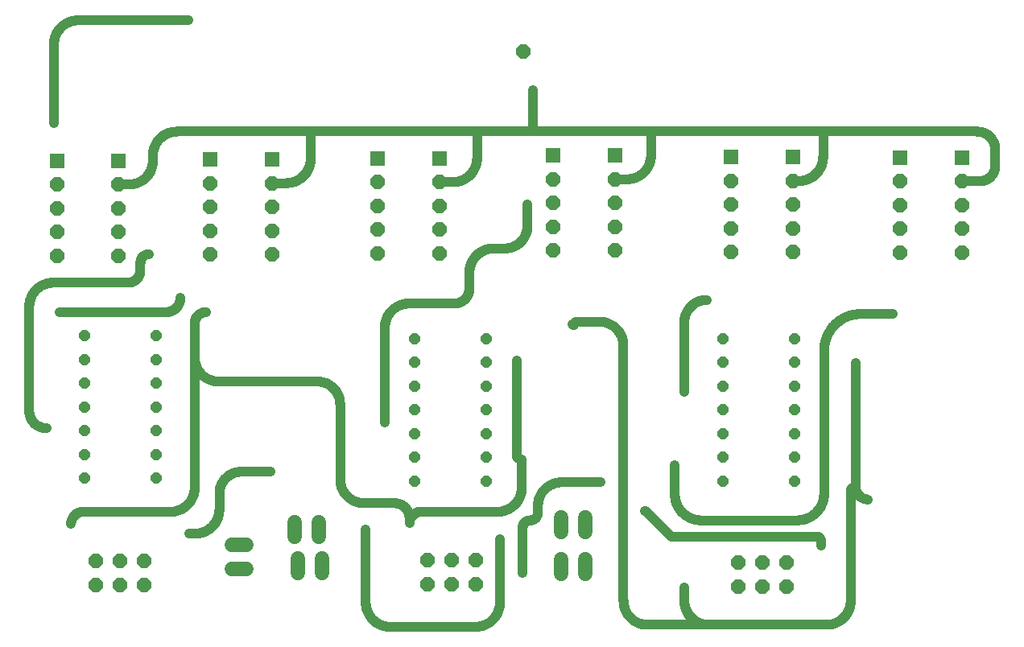
<source format=gbr>
G04 EAGLE Gerber RS-274X export*
G75*
%MOMM*%
%FSLAX34Y34*%
%LPD*%
%INTop Copper*%
%IPPOS*%
%AMOC8*
5,1,8,0,0,1.08239X$1,22.5*%
G01*
%ADD10C,1.524000*%
%ADD11P,1.649562X8X22.500000*%
%ADD12P,1.199288X8X22.500000*%
%ADD13R,1.508000X1.508000*%
%ADD14P,1.632244X8X22.500000*%
%ADD15C,1.006400*%
%ADD16C,1.016000*%


D10*
X242880Y121600D02*
X258120Y121600D01*
X258120Y96200D02*
X242880Y96200D01*
D11*
X449200Y79900D03*
X449200Y105300D03*
X474600Y79900D03*
X474600Y105300D03*
X500000Y79900D03*
X500000Y105300D03*
X100300Y78900D03*
X100300Y104300D03*
X125700Y78900D03*
X125700Y104300D03*
X151100Y78900D03*
X151100Y104300D03*
D10*
X615100Y134880D02*
X615100Y150120D01*
X589700Y150120D02*
X589700Y134880D01*
X334800Y129380D02*
X334800Y144620D01*
X309400Y144620D02*
X309400Y129380D01*
D11*
X775400Y76900D03*
X775400Y102300D03*
X800800Y76900D03*
X800800Y102300D03*
X826200Y76900D03*
X826200Y102300D03*
D10*
X312300Y107120D02*
X312300Y91880D01*
X337700Y91880D02*
X337700Y107120D01*
X589000Y106120D02*
X589000Y90880D01*
X614400Y90880D02*
X614400Y106120D01*
D12*
X88100Y341100D03*
X163100Y341100D03*
X88100Y316100D03*
X88100Y291100D03*
X88100Y266100D03*
X88100Y241100D03*
X88100Y216100D03*
X88100Y191100D03*
X163100Y316100D03*
X163100Y291100D03*
X163100Y266100D03*
X163100Y241100D03*
X163100Y216100D03*
X163100Y191100D03*
D13*
X768300Y529000D03*
X833300Y529000D03*
D14*
X768300Y504000D03*
X833300Y504000D03*
X768300Y479000D03*
X833300Y479000D03*
X768300Y454000D03*
X833300Y454000D03*
X768300Y429000D03*
X833300Y429000D03*
D12*
X759900Y338100D03*
X834900Y338100D03*
X759900Y313100D03*
X759900Y288100D03*
X759900Y263100D03*
X759900Y238100D03*
X759900Y213100D03*
X759900Y188100D03*
X834900Y313100D03*
X834900Y288100D03*
X834900Y263100D03*
X834900Y238100D03*
X834900Y213100D03*
X834900Y188100D03*
D13*
X946100Y528800D03*
X1011100Y528800D03*
D14*
X946100Y503800D03*
X1011100Y503800D03*
X946100Y478800D03*
X1011100Y478800D03*
X946100Y453800D03*
X1011100Y453800D03*
X946100Y428800D03*
X1011100Y428800D03*
D13*
X580800Y530800D03*
X645800Y530800D03*
D14*
X580800Y505800D03*
X645800Y505800D03*
X580800Y480800D03*
X645800Y480800D03*
X580800Y455800D03*
X645800Y455800D03*
X580800Y430800D03*
X645800Y430800D03*
D13*
X396500Y527800D03*
X461500Y527800D03*
D14*
X396500Y502800D03*
X461500Y502800D03*
X396500Y477800D03*
X461500Y477800D03*
X396500Y452800D03*
X461500Y452800D03*
X396500Y427800D03*
X461500Y427800D03*
D13*
X220200Y526800D03*
X285200Y526800D03*
D14*
X220200Y501800D03*
X285200Y501800D03*
X220200Y476800D03*
X285200Y476800D03*
X220200Y451800D03*
X285200Y451800D03*
X220200Y426800D03*
X285200Y426800D03*
D13*
X59100Y525500D03*
X124100Y525500D03*
D14*
X59100Y500500D03*
X124100Y500500D03*
X59100Y475500D03*
X124100Y475500D03*
X59100Y450500D03*
X124100Y450500D03*
X59100Y425500D03*
X124100Y425500D03*
D12*
X435500Y338100D03*
X510500Y338100D03*
X435500Y313100D03*
X435500Y288100D03*
X435500Y263100D03*
X435500Y238100D03*
X435500Y213100D03*
X435500Y188100D03*
X510500Y313100D03*
X510500Y288100D03*
X510500Y263100D03*
X510500Y238100D03*
X510500Y213100D03*
X510500Y188100D03*
D11*
X550000Y640000D03*
D15*
X216000Y366000D03*
D16*
X215710Y365996D01*
X215420Y365986D01*
X215131Y365968D01*
X214842Y365944D01*
X214554Y365913D01*
X214266Y365874D01*
X213980Y365829D01*
X213694Y365776D01*
X213411Y365717D01*
X213128Y365651D01*
X212848Y365579D01*
X212569Y365499D01*
X212292Y365413D01*
X212017Y365320D01*
X211745Y365220D01*
X211475Y365114D01*
X211208Y365002D01*
X210943Y364882D01*
X210682Y364757D01*
X210423Y364625D01*
X210168Y364488D01*
X209916Y364344D01*
X209668Y364194D01*
X209424Y364038D01*
X209183Y363876D01*
X208947Y363708D01*
X208714Y363535D01*
X208486Y363356D01*
X208262Y363172D01*
X208043Y362982D01*
X207828Y362787D01*
X207618Y362587D01*
X207413Y362382D01*
X207213Y362172D01*
X207018Y361957D01*
X206828Y361738D01*
X206644Y361514D01*
X206465Y361286D01*
X206292Y361053D01*
X206124Y360817D01*
X205962Y360576D01*
X205806Y360332D01*
X205656Y360084D01*
X205512Y359832D01*
X205375Y359577D01*
X205243Y359318D01*
X205118Y359057D01*
X204998Y358792D01*
X204886Y358525D01*
X204780Y358255D01*
X204680Y357983D01*
X204587Y357708D01*
X204501Y357431D01*
X204421Y357152D01*
X204349Y356872D01*
X204283Y356589D01*
X204224Y356306D01*
X204171Y356020D01*
X204126Y355734D01*
X204087Y355446D01*
X204056Y355158D01*
X204032Y354869D01*
X204014Y354580D01*
X204004Y354290D01*
X204000Y354000D01*
X204000Y318400D01*
D15*
X204000Y245000D03*
D16*
X204000Y318400D01*
D15*
X74000Y143000D03*
D16*
X74004Y143314D01*
X74015Y143628D01*
X74034Y143942D01*
X74061Y144255D01*
X74095Y144567D01*
X74136Y144878D01*
X74186Y145189D01*
X74242Y145498D01*
X74306Y145805D01*
X74378Y146111D01*
X74457Y146415D01*
X74543Y146717D01*
X74636Y147017D01*
X74737Y147315D01*
X74845Y147610D01*
X74960Y147902D01*
X75082Y148192D01*
X75211Y148478D01*
X75346Y148761D01*
X75489Y149041D01*
X75638Y149318D01*
X75794Y149590D01*
X75957Y149859D01*
X76126Y150124D01*
X76301Y150385D01*
X76483Y150641D01*
X76670Y150893D01*
X76864Y151140D01*
X77064Y151383D01*
X77269Y151621D01*
X77481Y151853D01*
X77697Y152081D01*
X77919Y152303D01*
X78147Y152519D01*
X78379Y152731D01*
X78617Y152936D01*
X78860Y153136D01*
X79107Y153330D01*
X79359Y153517D01*
X79615Y153699D01*
X79876Y153874D01*
X80141Y154043D01*
X80410Y154206D01*
X80682Y154362D01*
X80959Y154511D01*
X81239Y154654D01*
X81522Y154789D01*
X81808Y154918D01*
X82098Y155040D01*
X82390Y155155D01*
X82685Y155263D01*
X82983Y155364D01*
X83283Y155457D01*
X83585Y155543D01*
X83889Y155622D01*
X84195Y155694D01*
X84502Y155758D01*
X84811Y155814D01*
X85122Y155864D01*
X85433Y155905D01*
X85745Y155939D01*
X86058Y155966D01*
X86372Y155985D01*
X86686Y155996D01*
X87000Y156000D01*
X178600Y156000D02*
X179214Y156007D01*
X179827Y156030D01*
X180440Y156067D01*
X181051Y156119D01*
X181662Y156185D01*
X182270Y156267D01*
X182876Y156363D01*
X183480Y156473D01*
X184081Y156598D01*
X184679Y156738D01*
X185273Y156892D01*
X185863Y157061D01*
X186449Y157243D01*
X187030Y157440D01*
X187607Y157651D01*
X188178Y157875D01*
X188744Y158113D01*
X189304Y158365D01*
X189857Y158631D01*
X190404Y158909D01*
X190944Y159201D01*
X191477Y159506D01*
X192002Y159824D01*
X192520Y160154D01*
X193029Y160496D01*
X193530Y160851D01*
X194022Y161218D01*
X194505Y161596D01*
X194979Y161986D01*
X195443Y162388D01*
X195898Y162800D01*
X196342Y163224D01*
X196776Y163658D01*
X197200Y164102D01*
X197612Y164557D01*
X198014Y165021D01*
X198404Y165495D01*
X198782Y165978D01*
X199149Y166470D01*
X199504Y166971D01*
X199846Y167480D01*
X200176Y167998D01*
X200494Y168523D01*
X200799Y169056D01*
X201091Y169596D01*
X201369Y170143D01*
X201635Y170696D01*
X201887Y171256D01*
X202125Y171822D01*
X202349Y172393D01*
X202560Y172970D01*
X202757Y173551D01*
X202939Y174137D01*
X203108Y174727D01*
X203262Y175321D01*
X203402Y175919D01*
X203527Y176520D01*
X203637Y177124D01*
X203733Y177730D01*
X203815Y178338D01*
X203881Y178949D01*
X203933Y179560D01*
X203970Y180173D01*
X203993Y180786D01*
X204000Y181400D01*
X204000Y245000D01*
X178600Y156000D02*
X87000Y156000D01*
D15*
X430000Y144000D03*
D16*
X430004Y144290D01*
X430014Y144580D01*
X430032Y144869D01*
X430056Y145158D01*
X430087Y145446D01*
X430126Y145734D01*
X430171Y146020D01*
X430224Y146306D01*
X430283Y146589D01*
X430349Y146872D01*
X430421Y147152D01*
X430501Y147431D01*
X430587Y147708D01*
X430680Y147983D01*
X430780Y148255D01*
X430886Y148525D01*
X430998Y148792D01*
X431118Y149057D01*
X431243Y149318D01*
X431375Y149577D01*
X431512Y149832D01*
X431656Y150084D01*
X431806Y150332D01*
X431962Y150576D01*
X432124Y150817D01*
X432292Y151053D01*
X432465Y151286D01*
X432644Y151514D01*
X432828Y151738D01*
X433018Y151957D01*
X433213Y152172D01*
X433413Y152382D01*
X433618Y152587D01*
X433828Y152787D01*
X434043Y152982D01*
X434262Y153172D01*
X434486Y153356D01*
X434714Y153535D01*
X434947Y153708D01*
X435183Y153876D01*
X435424Y154038D01*
X435668Y154194D01*
X435916Y154344D01*
X436168Y154488D01*
X436423Y154625D01*
X436682Y154757D01*
X436943Y154882D01*
X437208Y155002D01*
X437475Y155114D01*
X437745Y155220D01*
X438017Y155320D01*
X438292Y155413D01*
X438569Y155499D01*
X438848Y155579D01*
X439128Y155651D01*
X439411Y155717D01*
X439694Y155776D01*
X439980Y155829D01*
X440266Y155874D01*
X440554Y155913D01*
X440842Y155944D01*
X441131Y155968D01*
X441420Y155986D01*
X441710Y155996D01*
X442000Y156000D01*
X522600Y156000D02*
X523214Y156007D01*
X523827Y156030D01*
X524440Y156067D01*
X525051Y156119D01*
X525662Y156185D01*
X526270Y156267D01*
X526876Y156363D01*
X527480Y156473D01*
X528081Y156598D01*
X528679Y156738D01*
X529273Y156892D01*
X529863Y157061D01*
X530449Y157243D01*
X531030Y157440D01*
X531607Y157651D01*
X532178Y157875D01*
X532744Y158113D01*
X533304Y158365D01*
X533857Y158631D01*
X534404Y158909D01*
X534944Y159201D01*
X535477Y159506D01*
X536002Y159824D01*
X536520Y160154D01*
X537029Y160496D01*
X537530Y160851D01*
X538022Y161218D01*
X538505Y161596D01*
X538979Y161986D01*
X539443Y162388D01*
X539898Y162800D01*
X540342Y163224D01*
X540776Y163658D01*
X541200Y164102D01*
X541612Y164557D01*
X542014Y165021D01*
X542404Y165495D01*
X542782Y165978D01*
X543149Y166470D01*
X543504Y166971D01*
X543846Y167480D01*
X544176Y167998D01*
X544494Y168523D01*
X544799Y169056D01*
X545091Y169596D01*
X545369Y170143D01*
X545635Y170696D01*
X545887Y171256D01*
X546125Y171822D01*
X546349Y172393D01*
X546560Y172970D01*
X546757Y173551D01*
X546939Y174137D01*
X547108Y174727D01*
X547262Y175321D01*
X547402Y175919D01*
X547527Y176520D01*
X547637Y177124D01*
X547733Y177730D01*
X547815Y178338D01*
X547881Y178949D01*
X547933Y179560D01*
X547970Y180173D01*
X547993Y180786D01*
X548000Y181400D01*
X548000Y211000D01*
D15*
X548000Y211000D03*
D16*
X522600Y156000D02*
X442000Y156000D01*
D15*
X542500Y315500D03*
D16*
X542500Y216500D01*
X542502Y216354D01*
X542508Y216207D01*
X542518Y216061D01*
X542531Y215915D01*
X542549Y215770D01*
X542570Y215625D01*
X542595Y215481D01*
X542624Y215337D01*
X542657Y215195D01*
X542694Y215053D01*
X542734Y214912D01*
X542778Y214773D01*
X542826Y214634D01*
X542878Y214497D01*
X542933Y214361D01*
X542992Y214227D01*
X543054Y214095D01*
X543120Y213964D01*
X543189Y213835D01*
X543261Y213708D01*
X543337Y213583D01*
X543417Y213460D01*
X543499Y213339D01*
X543585Y213220D01*
X543674Y213104D01*
X543766Y212990D01*
X543861Y212878D01*
X543959Y212769D01*
X544059Y212663D01*
X544163Y212559D01*
X544269Y212459D01*
X544378Y212361D01*
X544490Y212266D01*
X544604Y212174D01*
X544720Y212085D01*
X544839Y211999D01*
X544960Y211917D01*
X545083Y211837D01*
X545208Y211761D01*
X545335Y211689D01*
X545464Y211620D01*
X545595Y211554D01*
X545727Y211492D01*
X545861Y211433D01*
X545997Y211378D01*
X546134Y211326D01*
X546273Y211278D01*
X546412Y211234D01*
X546553Y211194D01*
X546695Y211157D01*
X546837Y211124D01*
X546981Y211095D01*
X547125Y211070D01*
X547270Y211049D01*
X547415Y211031D01*
X547561Y211018D01*
X547707Y211008D01*
X547854Y211002D01*
X548000Y211000D01*
D15*
X56000Y565000D03*
X899000Y313000D03*
D16*
X899000Y182000D01*
X899004Y181686D01*
X899015Y181372D01*
X899034Y181058D01*
X899061Y180745D01*
X899095Y180433D01*
X899136Y180122D01*
X899186Y179811D01*
X899242Y179502D01*
X899306Y179195D01*
X899378Y178889D01*
X899457Y178585D01*
X899543Y178283D01*
X899636Y177983D01*
X899737Y177685D01*
X899845Y177390D01*
X899960Y177098D01*
X900082Y176808D01*
X900211Y176522D01*
X900346Y176239D01*
X900489Y175959D01*
X900638Y175682D01*
X900794Y175410D01*
X900957Y175141D01*
X901126Y174876D01*
X901301Y174615D01*
X901483Y174359D01*
X901670Y174107D01*
X901864Y173860D01*
X902064Y173617D01*
X902269Y173379D01*
X902481Y173147D01*
X902697Y172919D01*
X902919Y172697D01*
X903147Y172481D01*
X903379Y172269D01*
X903617Y172064D01*
X903860Y171864D01*
X904107Y171670D01*
X904359Y171483D01*
X904615Y171301D01*
X904876Y171126D01*
X905141Y170957D01*
X905410Y170794D01*
X905682Y170638D01*
X905959Y170489D01*
X906239Y170346D01*
X906522Y170211D01*
X906808Y170082D01*
X907098Y169960D01*
X907390Y169845D01*
X907685Y169737D01*
X907983Y169636D01*
X908283Y169543D01*
X908585Y169457D01*
X908889Y169378D01*
X909195Y169306D01*
X909502Y169242D01*
X909811Y169186D01*
X910122Y169136D01*
X910433Y169095D01*
X910745Y169061D01*
X911058Y169034D01*
X911372Y169015D01*
X911686Y169004D01*
X912000Y169000D01*
D15*
X912000Y169000D03*
D16*
X899000Y182000D02*
X898860Y181998D01*
X898720Y181992D01*
X898580Y181982D01*
X898440Y181969D01*
X898301Y181951D01*
X898162Y181929D01*
X898025Y181904D01*
X897887Y181875D01*
X897751Y181842D01*
X897616Y181805D01*
X897482Y181764D01*
X897349Y181719D01*
X897217Y181671D01*
X897087Y181619D01*
X896958Y181564D01*
X896831Y181505D01*
X896705Y181442D01*
X896581Y181376D01*
X896460Y181307D01*
X896340Y181234D01*
X896222Y181157D01*
X896107Y181078D01*
X895993Y180995D01*
X895883Y180909D01*
X895774Y180820D01*
X895668Y180728D01*
X895565Y180633D01*
X895464Y180536D01*
X895367Y180435D01*
X895272Y180332D01*
X895180Y180226D01*
X895091Y180117D01*
X895005Y180007D01*
X894922Y179893D01*
X894843Y179778D01*
X894766Y179660D01*
X894693Y179540D01*
X894624Y179419D01*
X894558Y179295D01*
X894495Y179169D01*
X894436Y179042D01*
X894381Y178913D01*
X894329Y178783D01*
X894281Y178651D01*
X894236Y178518D01*
X894195Y178384D01*
X894158Y178249D01*
X894125Y178113D01*
X894096Y177975D01*
X894071Y177838D01*
X894049Y177699D01*
X894031Y177560D01*
X894018Y177420D01*
X894008Y177280D01*
X894002Y177140D01*
X894000Y177000D01*
X894000Y62400D02*
X893993Y61786D01*
X893970Y61173D01*
X893933Y60560D01*
X893881Y59949D01*
X893815Y59338D01*
X893733Y58730D01*
X893637Y58124D01*
X893527Y57520D01*
X893402Y56919D01*
X893262Y56321D01*
X893108Y55727D01*
X892939Y55137D01*
X892757Y54551D01*
X892560Y53970D01*
X892349Y53393D01*
X892125Y52822D01*
X891887Y52256D01*
X891635Y51696D01*
X891369Y51143D01*
X891091Y50596D01*
X890799Y50056D01*
X890494Y49523D01*
X890176Y48998D01*
X889846Y48480D01*
X889504Y47971D01*
X889149Y47470D01*
X888782Y46978D01*
X888404Y46495D01*
X888014Y46021D01*
X887612Y45557D01*
X887200Y45102D01*
X886776Y44658D01*
X886342Y44224D01*
X885898Y43800D01*
X885443Y43388D01*
X884979Y42986D01*
X884505Y42596D01*
X884022Y42218D01*
X883530Y41851D01*
X883029Y41496D01*
X882520Y41154D01*
X882002Y40824D01*
X881477Y40506D01*
X880944Y40201D01*
X880404Y39909D01*
X879857Y39631D01*
X879304Y39365D01*
X878744Y39113D01*
X878178Y38875D01*
X877607Y38651D01*
X877030Y38440D01*
X876449Y38243D01*
X875863Y38061D01*
X875273Y37892D01*
X874679Y37738D01*
X874081Y37598D01*
X873480Y37473D01*
X872876Y37363D01*
X872270Y37267D01*
X871662Y37185D01*
X871051Y37119D01*
X870440Y37067D01*
X869827Y37030D01*
X869214Y37007D01*
X868600Y37000D01*
X744400Y37000D02*
X743786Y37007D01*
X743173Y37030D01*
X742560Y37067D01*
X741949Y37119D01*
X741338Y37185D01*
X740730Y37267D01*
X740124Y37363D01*
X739520Y37473D01*
X738919Y37598D01*
X738321Y37738D01*
X737727Y37892D01*
X737137Y38061D01*
X736551Y38243D01*
X735970Y38440D01*
X735393Y38651D01*
X734822Y38875D01*
X734256Y39113D01*
X733696Y39365D01*
X733143Y39631D01*
X732596Y39909D01*
X732056Y40201D01*
X731523Y40506D01*
X730998Y40824D01*
X730480Y41154D01*
X729971Y41496D01*
X729470Y41851D01*
X728978Y42218D01*
X728495Y42596D01*
X728021Y42986D01*
X727557Y43388D01*
X727102Y43800D01*
X726658Y44224D01*
X726224Y44658D01*
X725800Y45102D01*
X725388Y45557D01*
X724986Y46021D01*
X724596Y46495D01*
X724218Y46978D01*
X723851Y47470D01*
X723496Y47971D01*
X723154Y48480D01*
X722824Y48998D01*
X722506Y49523D01*
X722201Y50056D01*
X721909Y50596D01*
X721631Y51143D01*
X721365Y51696D01*
X721113Y52256D01*
X720875Y52822D01*
X720651Y53393D01*
X720440Y53970D01*
X720243Y54551D01*
X720061Y55137D01*
X719892Y55727D01*
X719738Y56321D01*
X719598Y56919D01*
X719473Y57520D01*
X719363Y58124D01*
X719267Y58730D01*
X719185Y59338D01*
X719119Y59949D01*
X719067Y60560D01*
X719030Y61173D01*
X719007Y61786D01*
X719000Y62400D01*
X719000Y76000D01*
D15*
X719000Y76000D03*
D16*
X894000Y62400D02*
X894000Y177000D01*
X868600Y37000D02*
X744400Y37000D01*
X655000Y330600D02*
X654993Y331214D01*
X654970Y331827D01*
X654933Y332440D01*
X654881Y333051D01*
X654815Y333662D01*
X654733Y334270D01*
X654637Y334876D01*
X654527Y335480D01*
X654402Y336081D01*
X654262Y336679D01*
X654108Y337273D01*
X653939Y337863D01*
X653757Y338449D01*
X653560Y339030D01*
X653349Y339607D01*
X653125Y340178D01*
X652887Y340744D01*
X652635Y341304D01*
X652369Y341857D01*
X652091Y342404D01*
X651799Y342944D01*
X651494Y343477D01*
X651176Y344002D01*
X650846Y344520D01*
X650504Y345029D01*
X650149Y345530D01*
X649782Y346022D01*
X649404Y346505D01*
X649014Y346979D01*
X648612Y347443D01*
X648200Y347898D01*
X647776Y348342D01*
X647342Y348776D01*
X646898Y349200D01*
X646443Y349612D01*
X645979Y350014D01*
X645505Y350404D01*
X645022Y350782D01*
X644530Y351149D01*
X644029Y351504D01*
X643520Y351846D01*
X643002Y352176D01*
X642477Y352494D01*
X641944Y352799D01*
X641404Y353091D01*
X640857Y353369D01*
X640304Y353635D01*
X639744Y353887D01*
X639178Y354125D01*
X638607Y354349D01*
X638030Y354560D01*
X637449Y354757D01*
X636863Y354939D01*
X636273Y355108D01*
X635679Y355262D01*
X635081Y355402D01*
X634480Y355527D01*
X633876Y355637D01*
X633270Y355733D01*
X632662Y355815D01*
X632051Y355881D01*
X631440Y355933D01*
X630827Y355970D01*
X630214Y355993D01*
X629600Y356000D01*
X655000Y62400D02*
X655007Y61786D01*
X655030Y61173D01*
X655067Y60560D01*
X655119Y59949D01*
X655185Y59338D01*
X655267Y58730D01*
X655363Y58124D01*
X655473Y57520D01*
X655598Y56919D01*
X655738Y56321D01*
X655892Y55727D01*
X656061Y55137D01*
X656243Y54551D01*
X656440Y53970D01*
X656651Y53393D01*
X656875Y52822D01*
X657113Y52256D01*
X657365Y51696D01*
X657631Y51143D01*
X657909Y50596D01*
X658201Y50056D01*
X658506Y49523D01*
X658824Y48998D01*
X659154Y48480D01*
X659496Y47971D01*
X659851Y47470D01*
X660218Y46978D01*
X660596Y46495D01*
X660986Y46021D01*
X661388Y45557D01*
X661800Y45102D01*
X662224Y44658D01*
X662658Y44224D01*
X663102Y43800D01*
X663557Y43388D01*
X664021Y42986D01*
X664495Y42596D01*
X664978Y42218D01*
X665470Y41851D01*
X665971Y41496D01*
X666480Y41154D01*
X666998Y40824D01*
X667523Y40506D01*
X668056Y40201D01*
X668596Y39909D01*
X669143Y39631D01*
X669696Y39365D01*
X670256Y39113D01*
X670822Y38875D01*
X671393Y38651D01*
X671970Y38440D01*
X672551Y38243D01*
X673137Y38061D01*
X673727Y37892D01*
X674321Y37738D01*
X674919Y37598D01*
X675520Y37473D01*
X676124Y37363D01*
X676730Y37267D01*
X677338Y37185D01*
X677949Y37119D01*
X678560Y37067D01*
X679173Y37030D01*
X679786Y37007D01*
X680400Y37000D01*
X744400Y37000D01*
X655000Y62400D02*
X655000Y330600D01*
X629600Y356000D02*
X607000Y356000D01*
X606874Y355998D01*
X606749Y355992D01*
X606624Y355982D01*
X606499Y355968D01*
X606374Y355951D01*
X606250Y355929D01*
X606127Y355904D01*
X606005Y355874D01*
X605884Y355841D01*
X605764Y355804D01*
X605645Y355764D01*
X605528Y355719D01*
X605411Y355671D01*
X605297Y355619D01*
X605184Y355564D01*
X605073Y355505D01*
X604964Y355443D01*
X604857Y355377D01*
X604752Y355308D01*
X604649Y355236D01*
X604548Y355161D01*
X604450Y355082D01*
X604355Y355000D01*
X604262Y354916D01*
X604172Y354828D01*
X604084Y354738D01*
X604000Y354645D01*
X603918Y354550D01*
X603839Y354452D01*
X603764Y354351D01*
X603692Y354248D01*
X603623Y354143D01*
X603557Y354036D01*
X603495Y353927D01*
X603436Y353816D01*
X603381Y353703D01*
X603329Y353589D01*
X603281Y353472D01*
X603236Y353355D01*
X603196Y353236D01*
X603159Y353116D01*
X603126Y352995D01*
X603096Y352873D01*
X603071Y352750D01*
X603049Y352626D01*
X603032Y352501D01*
X603018Y352376D01*
X603008Y352251D01*
X603002Y352126D01*
X603000Y352000D01*
X602924Y352002D01*
X602848Y352008D01*
X602773Y352017D01*
X602698Y352031D01*
X602624Y352048D01*
X602551Y352069D01*
X602479Y352093D01*
X602408Y352122D01*
X602339Y352153D01*
X602272Y352188D01*
X602207Y352227D01*
X602143Y352269D01*
X602082Y352314D01*
X602023Y352362D01*
X601967Y352413D01*
X601913Y352467D01*
X601862Y352523D01*
X601814Y352582D01*
X601769Y352643D01*
X601727Y352707D01*
X601688Y352772D01*
X601653Y352839D01*
X601622Y352908D01*
X601593Y352979D01*
X601569Y353051D01*
X601548Y353124D01*
X601531Y353198D01*
X601517Y353273D01*
X601508Y353348D01*
X601502Y353424D01*
X601500Y353500D01*
D15*
X601500Y353500D03*
D16*
X229400Y293000D02*
X228786Y293007D01*
X228173Y293030D01*
X227560Y293067D01*
X226949Y293119D01*
X226338Y293185D01*
X225730Y293267D01*
X225124Y293363D01*
X224520Y293473D01*
X223919Y293598D01*
X223321Y293738D01*
X222727Y293892D01*
X222137Y294061D01*
X221551Y294243D01*
X220970Y294440D01*
X220393Y294651D01*
X219822Y294875D01*
X219256Y295113D01*
X218696Y295365D01*
X218143Y295631D01*
X217596Y295909D01*
X217056Y296201D01*
X216523Y296506D01*
X215998Y296824D01*
X215480Y297154D01*
X214971Y297496D01*
X214470Y297851D01*
X213978Y298218D01*
X213495Y298596D01*
X213021Y298986D01*
X212557Y299388D01*
X212102Y299800D01*
X211658Y300224D01*
X211224Y300658D01*
X210800Y301102D01*
X210388Y301557D01*
X209986Y302021D01*
X209596Y302495D01*
X209218Y302978D01*
X208851Y303470D01*
X208496Y303971D01*
X208154Y304480D01*
X207824Y304998D01*
X207506Y305523D01*
X207201Y306056D01*
X206909Y306596D01*
X206631Y307143D01*
X206365Y307696D01*
X206113Y308256D01*
X205875Y308822D01*
X205651Y309393D01*
X205440Y309970D01*
X205243Y310551D01*
X205061Y311137D01*
X204892Y311727D01*
X204738Y312321D01*
X204598Y312919D01*
X204473Y313520D01*
X204363Y314124D01*
X204267Y314730D01*
X204185Y315338D01*
X204119Y315949D01*
X204067Y316560D01*
X204030Y317173D01*
X204007Y317786D01*
X204000Y318400D01*
X229400Y293000D02*
X333000Y293000D01*
X333580Y292993D01*
X334160Y292972D01*
X334738Y292937D01*
X335316Y292888D01*
X335893Y292825D01*
X336468Y292748D01*
X337041Y292657D01*
X337611Y292553D01*
X338179Y292435D01*
X338744Y292303D01*
X339305Y292157D01*
X339863Y291998D01*
X340416Y291825D01*
X340966Y291639D01*
X341511Y291440D01*
X342050Y291228D01*
X342585Y291003D01*
X343114Y290765D01*
X343637Y290514D01*
X344153Y290251D01*
X344664Y289975D01*
X345167Y289687D01*
X345663Y289387D01*
X346152Y289075D01*
X346634Y288752D01*
X347107Y288416D01*
X347572Y288070D01*
X348028Y287712D01*
X348476Y287344D01*
X348915Y286964D01*
X349344Y286574D01*
X349764Y286174D01*
X350174Y285764D01*
X350574Y285344D01*
X350964Y284915D01*
X351344Y284476D01*
X351712Y284028D01*
X352070Y283572D01*
X352416Y283107D01*
X352752Y282634D01*
X353075Y282152D01*
X353387Y281663D01*
X353687Y281167D01*
X353975Y280664D01*
X354251Y280153D01*
X354514Y279637D01*
X354765Y279114D01*
X355003Y278585D01*
X355228Y278050D01*
X355440Y277511D01*
X355639Y276966D01*
X355825Y276416D01*
X355998Y275863D01*
X356157Y275305D01*
X356303Y274744D01*
X356435Y274179D01*
X356553Y273611D01*
X356657Y273041D01*
X356748Y272468D01*
X356825Y271893D01*
X356888Y271316D01*
X356937Y270738D01*
X356972Y270160D01*
X356993Y269580D01*
X357000Y269000D01*
X357000Y190400D02*
X357007Y189786D01*
X357030Y189173D01*
X357067Y188560D01*
X357119Y187949D01*
X357185Y187338D01*
X357267Y186730D01*
X357363Y186124D01*
X357473Y185520D01*
X357598Y184919D01*
X357738Y184321D01*
X357892Y183727D01*
X358061Y183137D01*
X358243Y182551D01*
X358440Y181970D01*
X358651Y181393D01*
X358875Y180822D01*
X359113Y180256D01*
X359365Y179696D01*
X359631Y179143D01*
X359909Y178596D01*
X360201Y178056D01*
X360506Y177523D01*
X360824Y176998D01*
X361154Y176480D01*
X361496Y175971D01*
X361851Y175470D01*
X362218Y174978D01*
X362596Y174495D01*
X362986Y174021D01*
X363388Y173557D01*
X363800Y173102D01*
X364224Y172658D01*
X364658Y172224D01*
X365102Y171800D01*
X365557Y171388D01*
X366021Y170986D01*
X366495Y170596D01*
X366978Y170218D01*
X367470Y169851D01*
X367971Y169496D01*
X368480Y169154D01*
X368998Y168824D01*
X369523Y168506D01*
X370056Y168201D01*
X370596Y167909D01*
X371143Y167631D01*
X371696Y167365D01*
X372256Y167113D01*
X372822Y166875D01*
X373393Y166651D01*
X373970Y166440D01*
X374551Y166243D01*
X375137Y166061D01*
X375727Y165892D01*
X376321Y165738D01*
X376919Y165598D01*
X377520Y165473D01*
X378124Y165363D01*
X378730Y165267D01*
X379338Y165185D01*
X379949Y165119D01*
X380560Y165067D01*
X381173Y165030D01*
X381786Y165007D01*
X382400Y165000D01*
X414000Y165000D01*
X414387Y164995D01*
X414773Y164981D01*
X415159Y164958D01*
X415544Y164925D01*
X415929Y164883D01*
X416312Y164832D01*
X416694Y164772D01*
X417074Y164702D01*
X417453Y164623D01*
X417829Y164535D01*
X418203Y164438D01*
X418575Y164332D01*
X418944Y164217D01*
X419311Y164093D01*
X419674Y163960D01*
X420034Y163819D01*
X420390Y163669D01*
X420742Y163510D01*
X421091Y163343D01*
X421436Y163167D01*
X421776Y162983D01*
X422111Y162792D01*
X422442Y162591D01*
X422768Y162384D01*
X423089Y162168D01*
X423405Y161944D01*
X423715Y161713D01*
X424019Y161475D01*
X424317Y161229D01*
X424610Y160976D01*
X424896Y160716D01*
X425176Y160450D01*
X425450Y160176D01*
X425716Y159896D01*
X425976Y159610D01*
X426229Y159317D01*
X426475Y159019D01*
X426713Y158715D01*
X426944Y158405D01*
X427168Y158089D01*
X427384Y157768D01*
X427591Y157442D01*
X427792Y157111D01*
X427983Y156776D01*
X428167Y156436D01*
X428343Y156091D01*
X428510Y155742D01*
X428669Y155390D01*
X428819Y155034D01*
X428960Y154674D01*
X429093Y154311D01*
X429217Y153944D01*
X429332Y153575D01*
X429438Y153203D01*
X429535Y152829D01*
X429623Y152453D01*
X429702Y152074D01*
X429772Y151694D01*
X429832Y151312D01*
X429883Y150929D01*
X429925Y150544D01*
X429958Y150159D01*
X429981Y149773D01*
X429995Y149387D01*
X430000Y149000D01*
X430000Y144000D01*
X357000Y190400D02*
X357000Y269000D01*
X56000Y565000D02*
X56000Y647600D01*
X56007Y648214D01*
X56030Y648827D01*
X56067Y649440D01*
X56119Y650051D01*
X56185Y650662D01*
X56267Y651270D01*
X56363Y651876D01*
X56473Y652480D01*
X56598Y653081D01*
X56738Y653679D01*
X56892Y654273D01*
X57061Y654863D01*
X57243Y655449D01*
X57440Y656030D01*
X57651Y656607D01*
X57875Y657178D01*
X58113Y657744D01*
X58365Y658304D01*
X58631Y658857D01*
X58909Y659404D01*
X59201Y659944D01*
X59506Y660477D01*
X59824Y661002D01*
X60154Y661520D01*
X60496Y662029D01*
X60851Y662530D01*
X61218Y663022D01*
X61596Y663505D01*
X61986Y663979D01*
X62388Y664443D01*
X62800Y664898D01*
X63224Y665342D01*
X63658Y665776D01*
X64102Y666200D01*
X64557Y666612D01*
X65021Y667014D01*
X65495Y667404D01*
X65978Y667782D01*
X66470Y668149D01*
X66971Y668504D01*
X67480Y668846D01*
X67998Y669176D01*
X68523Y669494D01*
X69056Y669799D01*
X69596Y670091D01*
X70143Y670369D01*
X70696Y670635D01*
X71256Y670887D01*
X71822Y671125D01*
X72393Y671349D01*
X72970Y671560D01*
X73551Y671757D01*
X74137Y671939D01*
X74727Y672108D01*
X75321Y672262D01*
X75919Y672402D01*
X76520Y672527D01*
X77124Y672637D01*
X77730Y672733D01*
X78338Y672815D01*
X78949Y672881D01*
X79560Y672933D01*
X80173Y672970D01*
X80786Y672993D01*
X81400Y673000D01*
X197000Y673000D01*
D15*
X197000Y673000D03*
X284000Y198000D03*
D16*
X253000Y198000D01*
X252444Y197993D01*
X251889Y197973D01*
X251334Y197940D01*
X250780Y197893D01*
X250228Y197832D01*
X249677Y197759D01*
X249128Y197672D01*
X248581Y197572D01*
X248037Y197458D01*
X247496Y197332D01*
X246958Y197192D01*
X246423Y197040D01*
X245893Y196874D01*
X245366Y196696D01*
X244844Y196505D01*
X244327Y196302D01*
X243815Y196086D01*
X243308Y195858D01*
X242807Y195618D01*
X242311Y195365D01*
X241822Y195101D01*
X241340Y194825D01*
X240864Y194538D01*
X240396Y194239D01*
X239935Y193929D01*
X239481Y193607D01*
X239035Y193275D01*
X238598Y192933D01*
X238169Y192579D01*
X237748Y192216D01*
X237337Y191842D01*
X236934Y191459D01*
X236541Y191066D01*
X236158Y190663D01*
X235784Y190252D01*
X235421Y189831D01*
X235067Y189402D01*
X234725Y188965D01*
X234393Y188519D01*
X234071Y188065D01*
X233761Y187604D01*
X233462Y187136D01*
X233175Y186660D01*
X232899Y186178D01*
X232635Y185689D01*
X232382Y185193D01*
X232142Y184692D01*
X231914Y184185D01*
X231698Y183673D01*
X231495Y183156D01*
X231304Y182634D01*
X231126Y182107D01*
X230960Y181577D01*
X230808Y181042D01*
X230668Y180504D01*
X230542Y179963D01*
X230428Y179419D01*
X230328Y178872D01*
X230241Y178323D01*
X230168Y177772D01*
X230107Y177220D01*
X230060Y176666D01*
X230027Y176111D01*
X230007Y175556D01*
X230000Y175000D01*
X230000Y158400D02*
X229993Y157786D01*
X229970Y157173D01*
X229933Y156560D01*
X229881Y155949D01*
X229815Y155338D01*
X229733Y154730D01*
X229637Y154124D01*
X229527Y153520D01*
X229402Y152919D01*
X229262Y152321D01*
X229108Y151727D01*
X228939Y151137D01*
X228757Y150551D01*
X228560Y149970D01*
X228349Y149393D01*
X228125Y148822D01*
X227887Y148256D01*
X227635Y147696D01*
X227369Y147143D01*
X227091Y146596D01*
X226799Y146056D01*
X226494Y145523D01*
X226176Y144998D01*
X225846Y144480D01*
X225504Y143971D01*
X225149Y143470D01*
X224782Y142978D01*
X224404Y142495D01*
X224014Y142021D01*
X223612Y141557D01*
X223200Y141102D01*
X222776Y140658D01*
X222342Y140224D01*
X221898Y139800D01*
X221443Y139388D01*
X220979Y138986D01*
X220505Y138596D01*
X220022Y138218D01*
X219530Y137851D01*
X219029Y137496D01*
X218520Y137154D01*
X218002Y136824D01*
X217477Y136506D01*
X216944Y136201D01*
X216404Y135909D01*
X215857Y135631D01*
X215304Y135365D01*
X214744Y135113D01*
X214178Y134875D01*
X213607Y134651D01*
X213030Y134440D01*
X212449Y134243D01*
X211863Y134061D01*
X211273Y133892D01*
X210679Y133738D01*
X210081Y133598D01*
X209480Y133473D01*
X208876Y133363D01*
X208270Y133267D01*
X207662Y133185D01*
X207051Y133119D01*
X206440Y133067D01*
X205827Y133030D01*
X205214Y133007D01*
X204600Y133000D01*
D15*
X198000Y133000D03*
D16*
X230000Y158400D02*
X230000Y175000D01*
X204600Y133000D02*
X198000Y133000D01*
D15*
X549000Y92000D03*
D16*
X549000Y139000D01*
X549002Y139193D01*
X549009Y139387D01*
X549021Y139579D01*
X549037Y139772D01*
X549058Y139964D01*
X549084Y140156D01*
X549114Y140347D01*
X549149Y140537D01*
X549188Y140726D01*
X549232Y140915D01*
X549281Y141102D01*
X549334Y141288D01*
X549392Y141472D01*
X549454Y141655D01*
X549520Y141837D01*
X549591Y142017D01*
X549666Y142195D01*
X549745Y142371D01*
X549829Y142546D01*
X549916Y142718D01*
X550008Y142888D01*
X550104Y143056D01*
X550204Y143221D01*
X550308Y143384D01*
X550416Y143545D01*
X550528Y143702D01*
X550643Y143857D01*
X550763Y144009D01*
X550885Y144159D01*
X551012Y144305D01*
X551142Y144448D01*
X551275Y144588D01*
X551412Y144725D01*
X551552Y144858D01*
X551695Y144988D01*
X551841Y145115D01*
X551991Y145237D01*
X552143Y145357D01*
X552298Y145472D01*
X552455Y145584D01*
X552616Y145692D01*
X552779Y145796D01*
X552944Y145896D01*
X553112Y145992D01*
X553282Y146084D01*
X553454Y146171D01*
X553629Y146255D01*
X553805Y146334D01*
X553983Y146409D01*
X554163Y146480D01*
X554345Y146546D01*
X554528Y146608D01*
X554712Y146666D01*
X554898Y146719D01*
X555085Y146768D01*
X555274Y146812D01*
X555463Y146851D01*
X555653Y146886D01*
X555844Y146916D01*
X556036Y146942D01*
X556228Y146963D01*
X556421Y146979D01*
X556613Y146991D01*
X556807Y146998D01*
X557000Y147000D01*
X557193Y147002D01*
X557387Y147009D01*
X557579Y147021D01*
X557772Y147037D01*
X557964Y147058D01*
X558156Y147084D01*
X558347Y147114D01*
X558537Y147149D01*
X558726Y147188D01*
X558915Y147232D01*
X559102Y147281D01*
X559288Y147334D01*
X559472Y147392D01*
X559655Y147454D01*
X559837Y147520D01*
X560017Y147591D01*
X560195Y147666D01*
X560371Y147745D01*
X560546Y147829D01*
X560718Y147916D01*
X560888Y148008D01*
X561056Y148104D01*
X561221Y148204D01*
X561384Y148308D01*
X561545Y148416D01*
X561702Y148528D01*
X561857Y148643D01*
X562009Y148763D01*
X562159Y148885D01*
X562305Y149012D01*
X562448Y149142D01*
X562588Y149275D01*
X562725Y149412D01*
X562858Y149552D01*
X562988Y149695D01*
X563115Y149841D01*
X563237Y149991D01*
X563357Y150143D01*
X563472Y150298D01*
X563584Y150455D01*
X563692Y150616D01*
X563796Y150779D01*
X563896Y150944D01*
X563992Y151112D01*
X564084Y151282D01*
X564171Y151454D01*
X564255Y151629D01*
X564334Y151805D01*
X564409Y151983D01*
X564480Y152163D01*
X564546Y152345D01*
X564608Y152528D01*
X564666Y152712D01*
X564719Y152898D01*
X564768Y153085D01*
X564812Y153274D01*
X564851Y153463D01*
X564886Y153653D01*
X564916Y153844D01*
X564942Y154036D01*
X564963Y154228D01*
X564979Y154421D01*
X564991Y154613D01*
X564998Y154807D01*
X565000Y155000D01*
X565000Y162000D01*
X565007Y162604D01*
X565029Y163208D01*
X565066Y163811D01*
X565117Y164413D01*
X565182Y165013D01*
X565262Y165612D01*
X565357Y166209D01*
X565466Y166803D01*
X565589Y167395D01*
X565726Y167983D01*
X565878Y168568D01*
X566044Y169149D01*
X566224Y169725D01*
X566417Y170298D01*
X566625Y170865D01*
X566846Y171427D01*
X567080Y171984D01*
X567328Y172535D01*
X567589Y173080D01*
X567864Y173618D01*
X568151Y174150D01*
X568451Y174674D01*
X568763Y175191D01*
X569088Y175700D01*
X569425Y176202D01*
X569775Y176695D01*
X570136Y177179D01*
X570508Y177655D01*
X570892Y178121D01*
X571287Y178578D01*
X571693Y179025D01*
X572110Y179463D01*
X572537Y179890D01*
X572975Y180307D01*
X573422Y180713D01*
X573879Y181108D01*
X574345Y181492D01*
X574821Y181864D01*
X575305Y182225D01*
X575798Y182575D01*
X576300Y182912D01*
X576809Y183237D01*
X577326Y183549D01*
X577850Y183849D01*
X578382Y184136D01*
X578920Y184411D01*
X579465Y184672D01*
X580016Y184920D01*
X580573Y185154D01*
X581135Y185375D01*
X581702Y185583D01*
X582275Y185776D01*
X582851Y185956D01*
X583432Y186122D01*
X584017Y186274D01*
X584605Y186411D01*
X585197Y186534D01*
X585791Y186643D01*
X586388Y186738D01*
X586987Y186818D01*
X587587Y186883D01*
X588189Y186934D01*
X588792Y186971D01*
X589396Y186993D01*
X590000Y187000D01*
X631000Y187000D01*
D15*
X631000Y187000D03*
X525000Y127000D03*
D16*
X525000Y60400D01*
X524993Y59786D01*
X524970Y59173D01*
X524933Y58560D01*
X524881Y57949D01*
X524815Y57338D01*
X524733Y56730D01*
X524637Y56124D01*
X524527Y55520D01*
X524402Y54919D01*
X524262Y54321D01*
X524108Y53727D01*
X523939Y53137D01*
X523757Y52551D01*
X523560Y51970D01*
X523349Y51393D01*
X523125Y50822D01*
X522887Y50256D01*
X522635Y49696D01*
X522369Y49143D01*
X522091Y48596D01*
X521799Y48056D01*
X521494Y47523D01*
X521176Y46998D01*
X520846Y46480D01*
X520504Y45971D01*
X520149Y45470D01*
X519782Y44978D01*
X519404Y44495D01*
X519014Y44021D01*
X518612Y43557D01*
X518200Y43102D01*
X517776Y42658D01*
X517342Y42224D01*
X516898Y41800D01*
X516443Y41388D01*
X515979Y40986D01*
X515505Y40596D01*
X515022Y40218D01*
X514530Y39851D01*
X514029Y39496D01*
X513520Y39154D01*
X513002Y38824D01*
X512477Y38506D01*
X511944Y38201D01*
X511404Y37909D01*
X510857Y37631D01*
X510304Y37365D01*
X509744Y37113D01*
X509178Y36875D01*
X508607Y36651D01*
X508030Y36440D01*
X507449Y36243D01*
X506863Y36061D01*
X506273Y35892D01*
X505679Y35738D01*
X505081Y35598D01*
X504480Y35473D01*
X503876Y35363D01*
X503270Y35267D01*
X502662Y35185D01*
X502051Y35119D01*
X501440Y35067D01*
X500827Y35030D01*
X500214Y35007D01*
X499600Y35000D01*
X409400Y35000D02*
X408786Y35007D01*
X408173Y35030D01*
X407560Y35067D01*
X406949Y35119D01*
X406338Y35185D01*
X405730Y35267D01*
X405124Y35363D01*
X404520Y35473D01*
X403919Y35598D01*
X403321Y35738D01*
X402727Y35892D01*
X402137Y36061D01*
X401551Y36243D01*
X400970Y36440D01*
X400393Y36651D01*
X399822Y36875D01*
X399256Y37113D01*
X398696Y37365D01*
X398143Y37631D01*
X397596Y37909D01*
X397056Y38201D01*
X396523Y38506D01*
X395998Y38824D01*
X395480Y39154D01*
X394971Y39496D01*
X394470Y39851D01*
X393978Y40218D01*
X393495Y40596D01*
X393021Y40986D01*
X392557Y41388D01*
X392102Y41800D01*
X391658Y42224D01*
X391224Y42658D01*
X390800Y43102D01*
X390388Y43557D01*
X389986Y44021D01*
X389596Y44495D01*
X389218Y44978D01*
X388851Y45470D01*
X388496Y45971D01*
X388154Y46480D01*
X387824Y46998D01*
X387506Y47523D01*
X387201Y48056D01*
X386909Y48596D01*
X386631Y49143D01*
X386365Y49696D01*
X386113Y50256D01*
X385875Y50822D01*
X385651Y51393D01*
X385440Y51970D01*
X385243Y52551D01*
X385061Y53137D01*
X384892Y53727D01*
X384738Y54321D01*
X384598Y54919D01*
X384473Y55520D01*
X384363Y56124D01*
X384267Y56730D01*
X384185Y57338D01*
X384119Y57949D01*
X384067Y58560D01*
X384030Y59173D01*
X384007Y59786D01*
X384000Y60400D01*
X384000Y137000D01*
D15*
X384000Y137000D03*
D16*
X409400Y35000D02*
X499600Y35000D01*
D15*
X862500Y120500D03*
D16*
X862500Y125500D01*
X862498Y125633D01*
X862492Y125767D01*
X862482Y125900D01*
X862468Y126032D01*
X862451Y126164D01*
X862429Y126296D01*
X862404Y126427D01*
X862374Y126557D01*
X862341Y126686D01*
X862304Y126814D01*
X862263Y126941D01*
X862218Y127067D01*
X862170Y127191D01*
X862118Y127314D01*
X862063Y127435D01*
X862003Y127555D01*
X861941Y127673D01*
X861875Y127788D01*
X861805Y127902D01*
X861732Y128014D01*
X861656Y128123D01*
X861577Y128231D01*
X861494Y128335D01*
X861409Y128438D01*
X861320Y128537D01*
X861229Y128634D01*
X861134Y128729D01*
X861037Y128820D01*
X860938Y128909D01*
X860835Y128994D01*
X860731Y129077D01*
X860623Y129156D01*
X860514Y129232D01*
X860402Y129305D01*
X860288Y129375D01*
X860173Y129441D01*
X860055Y129503D01*
X859935Y129563D01*
X859814Y129618D01*
X859691Y129670D01*
X859567Y129718D01*
X859441Y129763D01*
X859314Y129804D01*
X859186Y129841D01*
X859057Y129874D01*
X858927Y129904D01*
X858796Y129929D01*
X858664Y129951D01*
X858532Y129968D01*
X858400Y129982D01*
X858267Y129992D01*
X858133Y129998D01*
X858000Y130000D01*
X705000Y130000D01*
X678500Y156500D01*
X677500Y156500D01*
D15*
X677500Y156500D03*
X743000Y379000D03*
D16*
X742420Y378993D01*
X741840Y378972D01*
X741262Y378937D01*
X740684Y378888D01*
X740107Y378825D01*
X739532Y378748D01*
X738959Y378657D01*
X738389Y378553D01*
X737821Y378435D01*
X737256Y378303D01*
X736695Y378157D01*
X736137Y377998D01*
X735584Y377825D01*
X735034Y377639D01*
X734489Y377440D01*
X733950Y377228D01*
X733415Y377003D01*
X732886Y376765D01*
X732363Y376514D01*
X731847Y376251D01*
X731336Y375975D01*
X730833Y375687D01*
X730337Y375387D01*
X729848Y375075D01*
X729366Y374752D01*
X728893Y374416D01*
X728428Y374070D01*
X727972Y373712D01*
X727524Y373344D01*
X727085Y372964D01*
X726656Y372574D01*
X726236Y372174D01*
X725826Y371764D01*
X725426Y371344D01*
X725036Y370915D01*
X724656Y370476D01*
X724288Y370028D01*
X723930Y369572D01*
X723584Y369107D01*
X723248Y368634D01*
X722925Y368152D01*
X722613Y367663D01*
X722313Y367167D01*
X722025Y366664D01*
X721749Y366153D01*
X721486Y365637D01*
X721235Y365114D01*
X720997Y364585D01*
X720772Y364050D01*
X720560Y363511D01*
X720361Y362966D01*
X720175Y362416D01*
X720002Y361863D01*
X719843Y361305D01*
X719697Y360744D01*
X719565Y360179D01*
X719447Y359611D01*
X719343Y359041D01*
X719252Y358468D01*
X719175Y357893D01*
X719112Y357316D01*
X719063Y356738D01*
X719028Y356160D01*
X719007Y355580D01*
X719000Y355000D01*
X719000Y282000D01*
D15*
X719000Y282000D03*
X938000Y364000D03*
D16*
X904400Y364000D01*
X903472Y363989D01*
X902545Y363955D01*
X901619Y363899D01*
X900694Y363821D01*
X899771Y363720D01*
X898852Y363597D01*
X897935Y363452D01*
X897022Y363285D01*
X896114Y363095D01*
X895210Y362884D01*
X894312Y362651D01*
X893420Y362397D01*
X892534Y362121D01*
X891655Y361823D01*
X890783Y361505D01*
X889920Y361165D01*
X889064Y360805D01*
X888218Y360424D01*
X887381Y360023D01*
X886555Y359602D01*
X885738Y359160D01*
X884933Y358700D01*
X884139Y358220D01*
X883356Y357720D01*
X882586Y357203D01*
X881829Y356666D01*
X881085Y356112D01*
X880354Y355539D01*
X879638Y354950D01*
X878936Y354343D01*
X878249Y353719D01*
X877577Y353079D01*
X876921Y352423D01*
X876281Y351751D01*
X875657Y351064D01*
X875050Y350362D01*
X874461Y349646D01*
X873888Y348915D01*
X873334Y348171D01*
X872797Y347414D01*
X872280Y346644D01*
X871780Y345861D01*
X871300Y345067D01*
X870840Y344262D01*
X870398Y343445D01*
X869977Y342619D01*
X869576Y341782D01*
X869195Y340936D01*
X868835Y340080D01*
X868495Y339217D01*
X868177Y338345D01*
X867879Y337466D01*
X867603Y336580D01*
X867349Y335688D01*
X867116Y334790D01*
X866905Y333886D01*
X866715Y332978D01*
X866548Y332065D01*
X866403Y331148D01*
X866280Y330229D01*
X866179Y329306D01*
X866101Y328381D01*
X866045Y327455D01*
X866011Y326528D01*
X866000Y325600D01*
X866000Y175000D01*
X865992Y174323D01*
X865967Y173647D01*
X865926Y172972D01*
X865869Y172298D01*
X865796Y171625D01*
X865706Y170954D01*
X865600Y170286D01*
X865478Y169620D01*
X865340Y168958D01*
X865186Y168299D01*
X865017Y167644D01*
X864831Y166994D01*
X864630Y166348D01*
X864413Y165707D01*
X864180Y165071D01*
X863933Y164441D01*
X863670Y163818D01*
X863392Y163201D01*
X863100Y162591D01*
X862793Y161988D01*
X862471Y161392D01*
X862135Y160805D01*
X861785Y160226D01*
X861421Y159656D01*
X861044Y159094D01*
X860652Y158542D01*
X860248Y157999D01*
X859831Y157467D01*
X859401Y156944D01*
X858958Y156433D01*
X858504Y155932D01*
X858037Y155442D01*
X857558Y154963D01*
X857068Y154496D01*
X856567Y154042D01*
X856056Y153599D01*
X855533Y153169D01*
X855001Y152752D01*
X854458Y152348D01*
X853906Y151956D01*
X853344Y151579D01*
X852774Y151215D01*
X852195Y150865D01*
X851608Y150529D01*
X851012Y150207D01*
X850409Y149900D01*
X849799Y149608D01*
X849182Y149330D01*
X848559Y149067D01*
X847929Y148820D01*
X847293Y148587D01*
X846652Y148370D01*
X846006Y148169D01*
X845356Y147983D01*
X844701Y147814D01*
X844042Y147660D01*
X843380Y147522D01*
X842714Y147400D01*
X842046Y147294D01*
X841375Y147204D01*
X840702Y147131D01*
X840028Y147074D01*
X839353Y147033D01*
X838677Y147008D01*
X838000Y147000D01*
X736400Y147000D02*
X735738Y147008D01*
X735076Y147032D01*
X734415Y147072D01*
X733756Y147128D01*
X733097Y147200D01*
X732441Y147288D01*
X731787Y147391D01*
X731136Y147510D01*
X730488Y147646D01*
X729843Y147796D01*
X729202Y147962D01*
X728565Y148144D01*
X727933Y148341D01*
X727306Y148553D01*
X726684Y148781D01*
X726068Y149023D01*
X725457Y149280D01*
X724854Y149552D01*
X724257Y149838D01*
X723667Y150139D01*
X723084Y150453D01*
X722509Y150782D01*
X721943Y151125D01*
X721384Y151481D01*
X720835Y151850D01*
X720295Y152233D01*
X719764Y152629D01*
X719243Y153037D01*
X718731Y153458D01*
X718230Y153891D01*
X717740Y154336D01*
X717261Y154793D01*
X716793Y155261D01*
X716336Y155740D01*
X715891Y156230D01*
X715458Y156731D01*
X715037Y157243D01*
X714629Y157764D01*
X714233Y158295D01*
X713850Y158835D01*
X713481Y159384D01*
X713125Y159943D01*
X712782Y160509D01*
X712453Y161084D01*
X712139Y161667D01*
X711838Y162257D01*
X711552Y162854D01*
X711280Y163457D01*
X711023Y164068D01*
X710781Y164684D01*
X710553Y165306D01*
X710341Y165933D01*
X710144Y166565D01*
X709962Y167202D01*
X709796Y167843D01*
X709646Y168488D01*
X709510Y169136D01*
X709391Y169787D01*
X709288Y170441D01*
X709200Y171097D01*
X709128Y171756D01*
X709072Y172415D01*
X709032Y173076D01*
X709008Y173738D01*
X709000Y174400D01*
X709000Y205000D01*
D15*
X709000Y205000D03*
D16*
X736400Y147000D02*
X838000Y147000D01*
D15*
X554000Y479000D03*
D16*
X493000Y391000D02*
X492995Y390613D01*
X492981Y390227D01*
X492958Y389841D01*
X492925Y389456D01*
X492883Y389071D01*
X492832Y388688D01*
X492772Y388306D01*
X492702Y387926D01*
X492623Y387547D01*
X492535Y387171D01*
X492438Y386797D01*
X492332Y386425D01*
X492217Y386056D01*
X492093Y385689D01*
X491960Y385326D01*
X491819Y384966D01*
X491669Y384610D01*
X491510Y384258D01*
X491343Y383909D01*
X491167Y383564D01*
X490983Y383224D01*
X490792Y382889D01*
X490591Y382558D01*
X490384Y382232D01*
X490168Y381911D01*
X489944Y381595D01*
X489713Y381285D01*
X489475Y380981D01*
X489229Y380683D01*
X488976Y380390D01*
X488716Y380104D01*
X488450Y379824D01*
X488176Y379550D01*
X487896Y379284D01*
X487610Y379024D01*
X487317Y378771D01*
X487019Y378525D01*
X486715Y378287D01*
X486405Y378056D01*
X486089Y377832D01*
X485768Y377616D01*
X485442Y377409D01*
X485111Y377208D01*
X484776Y377017D01*
X484436Y376833D01*
X484091Y376657D01*
X483742Y376490D01*
X483390Y376331D01*
X483034Y376181D01*
X482674Y376040D01*
X482311Y375907D01*
X481944Y375783D01*
X481575Y375668D01*
X481203Y375562D01*
X480829Y375465D01*
X480453Y375377D01*
X480074Y375298D01*
X479694Y375228D01*
X479312Y375168D01*
X478929Y375117D01*
X478544Y375075D01*
X478159Y375042D01*
X477773Y375019D01*
X477387Y375005D01*
X477000Y375000D01*
X429400Y375000D02*
X428786Y374993D01*
X428173Y374970D01*
X427560Y374933D01*
X426949Y374881D01*
X426338Y374815D01*
X425730Y374733D01*
X425124Y374637D01*
X424520Y374527D01*
X423919Y374402D01*
X423321Y374262D01*
X422727Y374108D01*
X422137Y373939D01*
X421551Y373757D01*
X420970Y373560D01*
X420393Y373349D01*
X419822Y373125D01*
X419256Y372887D01*
X418696Y372635D01*
X418143Y372369D01*
X417596Y372091D01*
X417056Y371799D01*
X416523Y371494D01*
X415998Y371176D01*
X415480Y370846D01*
X414971Y370504D01*
X414470Y370149D01*
X413978Y369782D01*
X413495Y369404D01*
X413021Y369014D01*
X412557Y368612D01*
X412102Y368200D01*
X411658Y367776D01*
X411224Y367342D01*
X410800Y366898D01*
X410388Y366443D01*
X409986Y365979D01*
X409596Y365505D01*
X409218Y365022D01*
X408851Y364530D01*
X408496Y364029D01*
X408154Y363520D01*
X407824Y363002D01*
X407506Y362477D01*
X407201Y361944D01*
X406909Y361404D01*
X406631Y360857D01*
X406365Y360304D01*
X406113Y359744D01*
X405875Y359178D01*
X405651Y358607D01*
X405440Y358030D01*
X405243Y357449D01*
X405061Y356863D01*
X404892Y356273D01*
X404738Y355679D01*
X404598Y355081D01*
X404473Y354480D01*
X404363Y353876D01*
X404267Y353270D01*
X404185Y352662D01*
X404119Y352051D01*
X404067Y351440D01*
X404030Y350827D01*
X404007Y350214D01*
X404000Y349600D01*
X404000Y250000D01*
D15*
X404000Y250000D03*
D16*
X429400Y375000D02*
X477000Y375000D01*
X493000Y391000D02*
X493000Y407600D01*
X493007Y408214D01*
X493030Y408827D01*
X493067Y409440D01*
X493119Y410051D01*
X493185Y410662D01*
X493267Y411270D01*
X493363Y411876D01*
X493473Y412480D01*
X493598Y413081D01*
X493738Y413679D01*
X493892Y414273D01*
X494061Y414863D01*
X494243Y415449D01*
X494440Y416030D01*
X494651Y416607D01*
X494875Y417178D01*
X495113Y417744D01*
X495365Y418304D01*
X495631Y418857D01*
X495909Y419404D01*
X496201Y419944D01*
X496506Y420477D01*
X496824Y421002D01*
X497154Y421520D01*
X497496Y422029D01*
X497851Y422530D01*
X498218Y423022D01*
X498596Y423505D01*
X498986Y423979D01*
X499388Y424443D01*
X499800Y424898D01*
X500224Y425342D01*
X500658Y425776D01*
X501102Y426200D01*
X501557Y426612D01*
X502021Y427014D01*
X502495Y427404D01*
X502978Y427782D01*
X503470Y428149D01*
X503971Y428504D01*
X504480Y428846D01*
X504998Y429176D01*
X505523Y429494D01*
X506056Y429799D01*
X506596Y430091D01*
X507143Y430369D01*
X507696Y430635D01*
X508256Y430887D01*
X508822Y431125D01*
X509393Y431349D01*
X509970Y431560D01*
X510551Y431757D01*
X511137Y431939D01*
X511727Y432108D01*
X512321Y432262D01*
X512919Y432402D01*
X513520Y432527D01*
X514124Y432637D01*
X514730Y432733D01*
X515338Y432815D01*
X515949Y432881D01*
X516560Y432933D01*
X517173Y432970D01*
X517786Y432993D01*
X518400Y433000D01*
X530000Y433000D01*
X530580Y433007D01*
X531160Y433028D01*
X531738Y433063D01*
X532316Y433112D01*
X532893Y433175D01*
X533468Y433252D01*
X534041Y433343D01*
X534611Y433447D01*
X535179Y433565D01*
X535744Y433697D01*
X536305Y433843D01*
X536863Y434002D01*
X537416Y434175D01*
X537966Y434361D01*
X538511Y434560D01*
X539050Y434772D01*
X539585Y434997D01*
X540114Y435235D01*
X540637Y435486D01*
X541153Y435749D01*
X541664Y436025D01*
X542167Y436313D01*
X542663Y436613D01*
X543152Y436925D01*
X543634Y437248D01*
X544107Y437584D01*
X544572Y437930D01*
X545028Y438288D01*
X545476Y438656D01*
X545915Y439036D01*
X546344Y439426D01*
X546764Y439826D01*
X547174Y440236D01*
X547574Y440656D01*
X547964Y441085D01*
X548344Y441524D01*
X548712Y441972D01*
X549070Y442428D01*
X549416Y442893D01*
X549752Y443366D01*
X550075Y443848D01*
X550387Y444337D01*
X550687Y444833D01*
X550975Y445336D01*
X551251Y445847D01*
X551514Y446363D01*
X551765Y446886D01*
X552003Y447415D01*
X552228Y447950D01*
X552440Y448489D01*
X552639Y449034D01*
X552825Y449584D01*
X552998Y450137D01*
X553157Y450695D01*
X553303Y451256D01*
X553435Y451821D01*
X553553Y452389D01*
X553657Y452959D01*
X553748Y453532D01*
X553825Y454107D01*
X553888Y454684D01*
X553937Y455262D01*
X553972Y455840D01*
X553993Y456420D01*
X554000Y457000D01*
X554000Y479000D01*
D15*
X156000Y427000D03*
D16*
X155783Y426997D01*
X155565Y426989D01*
X155348Y426976D01*
X155131Y426958D01*
X154915Y426934D01*
X154700Y426906D01*
X154485Y426872D01*
X154271Y426832D01*
X154058Y426788D01*
X153846Y426738D01*
X153636Y426684D01*
X153426Y426624D01*
X153219Y426560D01*
X153013Y426490D01*
X152809Y426415D01*
X152606Y426336D01*
X152406Y426251D01*
X152207Y426162D01*
X152011Y426068D01*
X151817Y425969D01*
X151626Y425866D01*
X151437Y425758D01*
X151251Y425645D01*
X151068Y425528D01*
X150887Y425407D01*
X150710Y425281D01*
X150536Y425151D01*
X150364Y425017D01*
X150196Y424879D01*
X150032Y424737D01*
X149871Y424590D01*
X149713Y424440D01*
X149560Y424287D01*
X149410Y424129D01*
X149263Y423968D01*
X149121Y423804D01*
X148983Y423636D01*
X148849Y423464D01*
X148719Y423290D01*
X148593Y423113D01*
X148472Y422932D01*
X148355Y422749D01*
X148242Y422563D01*
X148134Y422374D01*
X148031Y422183D01*
X147932Y421989D01*
X147838Y421793D01*
X147749Y421594D01*
X147664Y421394D01*
X147585Y421191D01*
X147510Y420987D01*
X147440Y420781D01*
X147376Y420574D01*
X147316Y420364D01*
X147262Y420154D01*
X147212Y419942D01*
X147168Y419729D01*
X147128Y419515D01*
X147094Y419300D01*
X147066Y419085D01*
X147042Y418869D01*
X147024Y418652D01*
X147011Y418435D01*
X147003Y418217D01*
X147000Y418000D01*
X147000Y410000D01*
X146996Y409686D01*
X146985Y409372D01*
X146966Y409058D01*
X146939Y408745D01*
X146905Y408433D01*
X146864Y408122D01*
X146814Y407811D01*
X146758Y407502D01*
X146694Y407195D01*
X146622Y406889D01*
X146543Y406585D01*
X146457Y406283D01*
X146364Y405983D01*
X146263Y405685D01*
X146155Y405390D01*
X146040Y405098D01*
X145918Y404808D01*
X145789Y404522D01*
X145654Y404239D01*
X145511Y403959D01*
X145362Y403682D01*
X145206Y403410D01*
X145043Y403141D01*
X144874Y402876D01*
X144699Y402615D01*
X144517Y402359D01*
X144330Y402107D01*
X144136Y401860D01*
X143936Y401617D01*
X143731Y401379D01*
X143519Y401147D01*
X143303Y400919D01*
X143081Y400697D01*
X142853Y400481D01*
X142621Y400269D01*
X142383Y400064D01*
X142140Y399864D01*
X141893Y399670D01*
X141641Y399483D01*
X141385Y399301D01*
X141124Y399126D01*
X140859Y398957D01*
X140590Y398794D01*
X140318Y398638D01*
X140041Y398489D01*
X139761Y398346D01*
X139478Y398211D01*
X139192Y398082D01*
X138902Y397960D01*
X138610Y397845D01*
X138315Y397737D01*
X138017Y397636D01*
X137717Y397543D01*
X137415Y397457D01*
X137111Y397378D01*
X136805Y397306D01*
X136498Y397242D01*
X136189Y397186D01*
X135878Y397136D01*
X135567Y397095D01*
X135255Y397061D01*
X134942Y397034D01*
X134628Y397015D01*
X134314Y397004D01*
X134000Y397000D01*
X55400Y397000D02*
X54786Y396993D01*
X54173Y396970D01*
X53560Y396933D01*
X52949Y396881D01*
X52338Y396815D01*
X51730Y396733D01*
X51124Y396637D01*
X50520Y396527D01*
X49919Y396402D01*
X49321Y396262D01*
X48727Y396108D01*
X48137Y395939D01*
X47551Y395757D01*
X46970Y395560D01*
X46393Y395349D01*
X45822Y395125D01*
X45256Y394887D01*
X44696Y394635D01*
X44143Y394369D01*
X43596Y394091D01*
X43056Y393799D01*
X42523Y393494D01*
X41998Y393176D01*
X41480Y392846D01*
X40971Y392504D01*
X40470Y392149D01*
X39978Y391782D01*
X39495Y391404D01*
X39021Y391014D01*
X38557Y390612D01*
X38102Y390200D01*
X37658Y389776D01*
X37224Y389342D01*
X36800Y388898D01*
X36388Y388443D01*
X35986Y387979D01*
X35596Y387505D01*
X35218Y387022D01*
X34851Y386530D01*
X34496Y386029D01*
X34154Y385520D01*
X33824Y385002D01*
X33506Y384477D01*
X33201Y383944D01*
X32909Y383404D01*
X32631Y382857D01*
X32365Y382304D01*
X32113Y381744D01*
X31875Y381178D01*
X31651Y380607D01*
X31440Y380030D01*
X31243Y379449D01*
X31061Y378863D01*
X30892Y378273D01*
X30738Y377679D01*
X30598Y377081D01*
X30473Y376480D01*
X30363Y375876D01*
X30267Y375270D01*
X30185Y374662D01*
X30119Y374051D01*
X30067Y373440D01*
X30030Y372827D01*
X30007Y372214D01*
X30000Y371600D01*
X30000Y262000D02*
X30005Y261565D01*
X30021Y261130D01*
X30047Y260696D01*
X30084Y260263D01*
X30131Y259830D01*
X30189Y259399D01*
X30257Y258970D01*
X30335Y258542D01*
X30424Y258116D01*
X30523Y257692D01*
X30632Y257271D01*
X30752Y256853D01*
X30881Y256438D01*
X31020Y256026D01*
X31170Y255617D01*
X31329Y255212D01*
X31498Y254811D01*
X31676Y254415D01*
X31864Y254023D01*
X32062Y253635D01*
X32269Y253252D01*
X32485Y252875D01*
X32710Y252502D01*
X32944Y252136D01*
X33186Y251775D01*
X33438Y251420D01*
X33698Y251071D01*
X33966Y250729D01*
X34242Y250393D01*
X34527Y250064D01*
X34819Y249742D01*
X35119Y249427D01*
X35427Y249119D01*
X35742Y248819D01*
X36064Y248527D01*
X36393Y248242D01*
X36729Y247966D01*
X37071Y247698D01*
X37420Y247438D01*
X37775Y247186D01*
X38136Y246944D01*
X38502Y246710D01*
X38875Y246485D01*
X39252Y246269D01*
X39635Y246062D01*
X40023Y245864D01*
X40415Y245676D01*
X40811Y245498D01*
X41212Y245329D01*
X41617Y245170D01*
X42026Y245020D01*
X42438Y244881D01*
X42853Y244752D01*
X43271Y244632D01*
X43692Y244523D01*
X44116Y244424D01*
X44542Y244335D01*
X44970Y244257D01*
X45399Y244189D01*
X45830Y244131D01*
X46263Y244084D01*
X46696Y244047D01*
X47130Y244021D01*
X47565Y244005D01*
X48000Y244000D01*
D15*
X48000Y244000D03*
D16*
X55400Y397000D02*
X134000Y397000D01*
X30000Y371600D02*
X30000Y262000D01*
D15*
X62000Y366000D03*
D16*
X174000Y366000D01*
X174362Y366004D01*
X174725Y366018D01*
X175087Y366039D01*
X175448Y366070D01*
X175808Y366109D01*
X176167Y366157D01*
X176525Y366214D01*
X176882Y366279D01*
X177237Y366353D01*
X177590Y366436D01*
X177941Y366527D01*
X178289Y366626D01*
X178635Y366734D01*
X178979Y366850D01*
X179319Y366975D01*
X179656Y367107D01*
X179990Y367248D01*
X180321Y367397D01*
X180648Y367554D01*
X180971Y367718D01*
X181290Y367890D01*
X181604Y368070D01*
X181915Y368258D01*
X182220Y368453D01*
X182521Y368655D01*
X182817Y368865D01*
X183107Y369081D01*
X183393Y369305D01*
X183673Y369535D01*
X183947Y369772D01*
X184215Y370016D01*
X184478Y370266D01*
X184734Y370522D01*
X184984Y370785D01*
X185228Y371053D01*
X185465Y371327D01*
X185695Y371607D01*
X185919Y371893D01*
X186135Y372183D01*
X186345Y372479D01*
X186547Y372780D01*
X186742Y373085D01*
X186930Y373396D01*
X187110Y373710D01*
X187282Y374029D01*
X187446Y374352D01*
X187603Y374679D01*
X187752Y375010D01*
X187893Y375344D01*
X188025Y375681D01*
X188150Y376021D01*
X188266Y376365D01*
X188374Y376711D01*
X188473Y377059D01*
X188564Y377410D01*
X188647Y377763D01*
X188721Y378118D01*
X188786Y378475D01*
X188843Y378833D01*
X188891Y379192D01*
X188930Y379552D01*
X188961Y379913D01*
X188982Y380275D01*
X188996Y380638D01*
X189000Y381000D01*
D15*
X189000Y381000D03*
D16*
X135500Y500500D02*
X124100Y500500D01*
X135500Y500500D02*
X136092Y500507D01*
X136684Y500529D01*
X137275Y500564D01*
X137865Y500614D01*
X138453Y500679D01*
X139040Y500757D01*
X139625Y500850D01*
X140207Y500956D01*
X140787Y501077D01*
X141363Y501212D01*
X141936Y501361D01*
X142506Y501523D01*
X143071Y501699D01*
X143632Y501889D01*
X144188Y502092D01*
X144739Y502309D01*
X145284Y502539D01*
X145824Y502782D01*
X146358Y503038D01*
X146886Y503306D01*
X147407Y503588D01*
X147921Y503882D01*
X148427Y504188D01*
X148926Y504506D01*
X149418Y504837D01*
X149901Y505179D01*
X150375Y505533D01*
X150842Y505898D01*
X151299Y506274D01*
X151747Y506661D01*
X152185Y507059D01*
X152614Y507468D01*
X153032Y507886D01*
X153441Y508315D01*
X153839Y508753D01*
X154226Y509201D01*
X154602Y509658D01*
X154967Y510125D01*
X155321Y510599D01*
X155663Y511082D01*
X155994Y511574D01*
X156312Y512073D01*
X156618Y512579D01*
X156912Y513093D01*
X157194Y513614D01*
X157462Y514142D01*
X157718Y514676D01*
X157961Y515216D01*
X158191Y515761D01*
X158408Y516312D01*
X158611Y516868D01*
X158801Y517429D01*
X158977Y517994D01*
X159139Y518564D01*
X159288Y519137D01*
X159423Y519713D01*
X159544Y520293D01*
X159650Y520875D01*
X159743Y521460D01*
X159821Y522047D01*
X159886Y522635D01*
X159936Y523225D01*
X159971Y523816D01*
X159993Y524408D01*
X160000Y525000D01*
X160000Y530600D01*
X160007Y531214D01*
X160030Y531827D01*
X160067Y532440D01*
X160119Y533051D01*
X160185Y533662D01*
X160267Y534270D01*
X160363Y534876D01*
X160473Y535480D01*
X160598Y536081D01*
X160738Y536679D01*
X160892Y537273D01*
X161061Y537863D01*
X161243Y538449D01*
X161440Y539030D01*
X161651Y539607D01*
X161875Y540178D01*
X162113Y540744D01*
X162365Y541304D01*
X162631Y541857D01*
X162909Y542404D01*
X163201Y542944D01*
X163506Y543477D01*
X163824Y544002D01*
X164154Y544520D01*
X164496Y545029D01*
X164851Y545530D01*
X165218Y546022D01*
X165596Y546505D01*
X165986Y546979D01*
X166388Y547443D01*
X166800Y547898D01*
X167224Y548342D01*
X167658Y548776D01*
X168102Y549200D01*
X168557Y549612D01*
X169021Y550014D01*
X169495Y550404D01*
X169978Y550782D01*
X170470Y551149D01*
X170971Y551504D01*
X171480Y551846D01*
X171998Y552176D01*
X172523Y552494D01*
X173056Y552799D01*
X173596Y553091D01*
X174143Y553369D01*
X174696Y553635D01*
X175256Y553887D01*
X175822Y554125D01*
X176393Y554349D01*
X176970Y554560D01*
X177551Y554757D01*
X178137Y554939D01*
X178727Y555108D01*
X179321Y555262D01*
X179919Y555402D01*
X180520Y555527D01*
X181124Y555637D01*
X181730Y555733D01*
X182338Y555815D01*
X182949Y555881D01*
X183560Y555933D01*
X184173Y555970D01*
X184786Y555993D01*
X185400Y556000D01*
X326000Y556000D01*
X501000Y556000D01*
X560000Y556000D01*
X684000Y556000D01*
X865000Y556000D01*
X1027000Y556000D01*
X1027459Y555994D01*
X1027918Y555978D01*
X1028376Y555950D01*
X1028834Y555911D01*
X1029290Y555861D01*
X1029745Y555801D01*
X1030199Y555729D01*
X1030650Y555646D01*
X1031100Y555552D01*
X1031547Y555448D01*
X1031991Y555333D01*
X1032433Y555207D01*
X1032871Y555070D01*
X1033306Y554923D01*
X1033737Y554765D01*
X1034165Y554597D01*
X1034588Y554419D01*
X1035007Y554231D01*
X1035421Y554032D01*
X1035830Y553824D01*
X1036234Y553605D01*
X1036632Y553377D01*
X1037025Y553140D01*
X1037412Y552893D01*
X1037793Y552637D01*
X1038168Y552371D01*
X1038536Y552097D01*
X1038898Y551814D01*
X1039252Y551522D01*
X1039599Y551222D01*
X1039939Y550913D01*
X1040272Y550596D01*
X1040596Y550272D01*
X1040913Y549939D01*
X1041222Y549599D01*
X1041522Y549252D01*
X1041814Y548898D01*
X1042097Y548536D01*
X1042371Y548168D01*
X1042637Y547793D01*
X1042893Y547412D01*
X1043140Y547025D01*
X1043377Y546632D01*
X1043605Y546234D01*
X1043824Y545830D01*
X1044032Y545421D01*
X1044231Y545007D01*
X1044419Y544588D01*
X1044597Y544165D01*
X1044765Y543737D01*
X1044923Y543306D01*
X1045070Y542871D01*
X1045207Y542433D01*
X1045333Y541991D01*
X1045448Y541547D01*
X1045552Y541100D01*
X1045646Y540650D01*
X1045729Y540199D01*
X1045801Y539745D01*
X1045861Y539290D01*
X1045911Y538834D01*
X1045950Y538376D01*
X1045978Y537918D01*
X1045994Y537459D01*
X1046000Y537000D01*
X1046000Y520000D01*
X1045995Y519609D01*
X1045981Y519217D01*
X1045957Y518827D01*
X1045924Y518436D01*
X1045882Y518047D01*
X1045830Y517659D01*
X1045769Y517273D01*
X1045698Y516888D01*
X1045618Y516504D01*
X1045529Y516123D01*
X1045431Y515744D01*
X1045324Y515368D01*
X1045207Y514994D01*
X1045082Y514623D01*
X1044947Y514255D01*
X1044804Y513891D01*
X1044652Y513530D01*
X1044491Y513173D01*
X1044322Y512820D01*
X1044144Y512471D01*
X1043958Y512127D01*
X1043764Y511787D01*
X1043561Y511452D01*
X1043351Y511122D01*
X1043132Y510797D01*
X1042906Y510478D01*
X1042672Y510164D01*
X1042431Y509856D01*
X1042182Y509554D01*
X1041926Y509257D01*
X1041663Y508968D01*
X1041393Y508684D01*
X1041116Y508407D01*
X1040832Y508137D01*
X1040543Y507874D01*
X1040246Y507618D01*
X1039944Y507369D01*
X1039636Y507128D01*
X1039322Y506894D01*
X1039003Y506668D01*
X1038678Y506449D01*
X1038348Y506239D01*
X1038013Y506036D01*
X1037673Y505842D01*
X1037329Y505656D01*
X1036980Y505478D01*
X1036627Y505309D01*
X1036270Y505148D01*
X1035909Y504996D01*
X1035545Y504853D01*
X1035177Y504718D01*
X1034806Y504593D01*
X1034432Y504476D01*
X1034056Y504369D01*
X1033677Y504271D01*
X1033296Y504182D01*
X1032912Y504102D01*
X1032527Y504031D01*
X1032141Y503970D01*
X1031753Y503918D01*
X1031364Y503876D01*
X1030973Y503843D01*
X1030583Y503819D01*
X1030191Y503805D01*
X1029800Y503800D01*
X1011100Y503800D01*
X865000Y529400D02*
X865000Y556000D01*
X865000Y529400D02*
X864993Y528786D01*
X864970Y528173D01*
X864933Y527560D01*
X864881Y526949D01*
X864815Y526338D01*
X864733Y525730D01*
X864637Y525124D01*
X864527Y524520D01*
X864402Y523919D01*
X864262Y523321D01*
X864108Y522727D01*
X863939Y522137D01*
X863757Y521551D01*
X863560Y520970D01*
X863349Y520393D01*
X863125Y519822D01*
X862887Y519256D01*
X862635Y518696D01*
X862369Y518143D01*
X862091Y517596D01*
X861799Y517056D01*
X861494Y516523D01*
X861176Y515998D01*
X860846Y515480D01*
X860504Y514971D01*
X860149Y514470D01*
X859782Y513978D01*
X859404Y513495D01*
X859014Y513021D01*
X858612Y512557D01*
X858200Y512102D01*
X857776Y511658D01*
X857342Y511224D01*
X856898Y510800D01*
X856443Y510388D01*
X855979Y509986D01*
X855505Y509596D01*
X855022Y509218D01*
X854530Y508851D01*
X854029Y508496D01*
X853520Y508154D01*
X853002Y507824D01*
X852477Y507506D01*
X851944Y507201D01*
X851404Y506909D01*
X850857Y506631D01*
X850304Y506365D01*
X849744Y506113D01*
X849178Y505875D01*
X848607Y505651D01*
X848030Y505440D01*
X847449Y505243D01*
X846863Y505061D01*
X846273Y504892D01*
X845679Y504738D01*
X845081Y504598D01*
X844480Y504473D01*
X843876Y504363D01*
X843270Y504267D01*
X842662Y504185D01*
X842051Y504119D01*
X841440Y504067D01*
X840827Y504030D01*
X840214Y504007D01*
X839600Y504000D01*
X833300Y504000D01*
X684000Y531200D02*
X684000Y556000D01*
X684000Y531200D02*
X683993Y530586D01*
X683970Y529973D01*
X683933Y529360D01*
X683881Y528749D01*
X683815Y528138D01*
X683733Y527530D01*
X683637Y526924D01*
X683527Y526320D01*
X683402Y525719D01*
X683262Y525121D01*
X683108Y524527D01*
X682939Y523937D01*
X682757Y523351D01*
X682560Y522770D01*
X682349Y522193D01*
X682125Y521622D01*
X681887Y521056D01*
X681635Y520496D01*
X681369Y519943D01*
X681091Y519396D01*
X680799Y518856D01*
X680494Y518323D01*
X680176Y517798D01*
X679846Y517280D01*
X679504Y516771D01*
X679149Y516270D01*
X678782Y515778D01*
X678404Y515295D01*
X678014Y514821D01*
X677612Y514357D01*
X677200Y513902D01*
X676776Y513458D01*
X676342Y513024D01*
X675898Y512600D01*
X675443Y512188D01*
X674979Y511786D01*
X674505Y511396D01*
X674022Y511018D01*
X673530Y510651D01*
X673029Y510296D01*
X672520Y509954D01*
X672002Y509624D01*
X671477Y509306D01*
X670944Y509001D01*
X670404Y508709D01*
X669857Y508431D01*
X669304Y508165D01*
X668744Y507913D01*
X668178Y507675D01*
X667607Y507451D01*
X667030Y507240D01*
X666449Y507043D01*
X665863Y506861D01*
X665273Y506692D01*
X664679Y506538D01*
X664081Y506398D01*
X663480Y506273D01*
X662876Y506163D01*
X662270Y506067D01*
X661662Y505985D01*
X661051Y505919D01*
X660440Y505867D01*
X659827Y505830D01*
X659214Y505807D01*
X658600Y505800D01*
X645800Y505800D01*
X501000Y528200D02*
X501000Y556000D01*
X501000Y528200D02*
X500993Y527586D01*
X500970Y526973D01*
X500933Y526360D01*
X500881Y525749D01*
X500815Y525138D01*
X500733Y524530D01*
X500637Y523924D01*
X500527Y523320D01*
X500402Y522719D01*
X500262Y522121D01*
X500108Y521527D01*
X499939Y520937D01*
X499757Y520351D01*
X499560Y519770D01*
X499349Y519193D01*
X499125Y518622D01*
X498887Y518056D01*
X498635Y517496D01*
X498369Y516943D01*
X498091Y516396D01*
X497799Y515856D01*
X497494Y515323D01*
X497176Y514798D01*
X496846Y514280D01*
X496504Y513771D01*
X496149Y513270D01*
X495782Y512778D01*
X495404Y512295D01*
X495014Y511821D01*
X494612Y511357D01*
X494200Y510902D01*
X493776Y510458D01*
X493342Y510024D01*
X492898Y509600D01*
X492443Y509188D01*
X491979Y508786D01*
X491505Y508396D01*
X491022Y508018D01*
X490530Y507651D01*
X490029Y507296D01*
X489520Y506954D01*
X489002Y506624D01*
X488477Y506306D01*
X487944Y506001D01*
X487404Y505709D01*
X486857Y505431D01*
X486304Y505165D01*
X485744Y504913D01*
X485178Y504675D01*
X484607Y504451D01*
X484030Y504240D01*
X483449Y504043D01*
X482863Y503861D01*
X482273Y503692D01*
X481679Y503538D01*
X481081Y503398D01*
X480480Y503273D01*
X479876Y503163D01*
X479270Y503067D01*
X478662Y502985D01*
X478051Y502919D01*
X477440Y502867D01*
X476827Y502830D01*
X476214Y502807D01*
X475600Y502800D01*
X461500Y502800D01*
X326000Y527200D02*
X326000Y556000D01*
X326000Y527200D02*
X325993Y526586D01*
X325970Y525973D01*
X325933Y525360D01*
X325881Y524749D01*
X325815Y524138D01*
X325733Y523530D01*
X325637Y522924D01*
X325527Y522320D01*
X325402Y521719D01*
X325262Y521121D01*
X325108Y520527D01*
X324939Y519937D01*
X324757Y519351D01*
X324560Y518770D01*
X324349Y518193D01*
X324125Y517622D01*
X323887Y517056D01*
X323635Y516496D01*
X323369Y515943D01*
X323091Y515396D01*
X322799Y514856D01*
X322494Y514323D01*
X322176Y513798D01*
X321846Y513280D01*
X321504Y512771D01*
X321149Y512270D01*
X320782Y511778D01*
X320404Y511295D01*
X320014Y510821D01*
X319612Y510357D01*
X319200Y509902D01*
X318776Y509458D01*
X318342Y509024D01*
X317898Y508600D01*
X317443Y508188D01*
X316979Y507786D01*
X316505Y507396D01*
X316022Y507018D01*
X315530Y506651D01*
X315029Y506296D01*
X314520Y505954D01*
X314002Y505624D01*
X313477Y505306D01*
X312944Y505001D01*
X312404Y504709D01*
X311857Y504431D01*
X311304Y504165D01*
X310744Y503913D01*
X310178Y503675D01*
X309607Y503451D01*
X309030Y503240D01*
X308449Y503043D01*
X307863Y502861D01*
X307273Y502692D01*
X306679Y502538D01*
X306081Y502398D01*
X305480Y502273D01*
X304876Y502163D01*
X304270Y502067D01*
X303662Y501985D01*
X303051Y501919D01*
X302440Y501867D01*
X301827Y501830D01*
X301214Y501807D01*
X300600Y501800D01*
X285200Y501800D01*
X560000Y556000D02*
X560000Y600000D01*
D15*
X560000Y600000D03*
M02*

</source>
